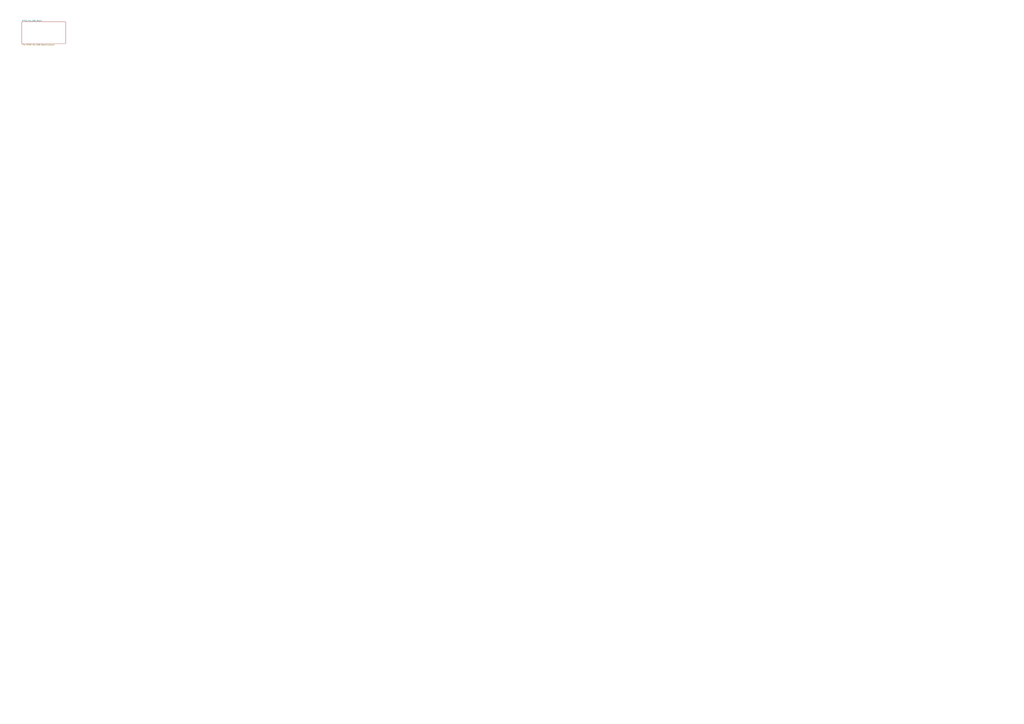
<source format=kicad_sch>
(kicad_sch (version 20250114) (generator "kicad_api")
  (paper "A0")
  (lib_symbols)
  (sheet (at 25.4 25.4) (size 50.8 25.4) (stroke (width 0.1524))
    (property "Sheet name" "STM32_IMU_USBC_Board" (at 25.4 24.6884 0) (effects (justify left bottom)))
    (property "Sheet file" "STM32_IMU_USBC_Board.kicad_sch" (at 25.4 51.2846 0) (effects (justify left top)))
  )
)
</source>
